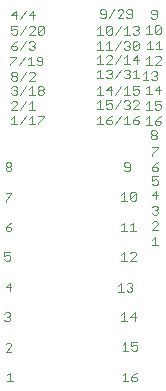
<source format=gto>
G75*
%MOIN*%
%OFA0B0*%
%FSLAX25Y25*%
%IPPOS*%
%LPD*%
%AMOC8*
5,1,8,0,0,1.08239X$1,22.5*
%
%ADD10C,0.00300*%
D10*
X0010493Y0019155D02*
X0012428Y0021090D01*
X0012428Y0021573D01*
X0011945Y0022057D01*
X0010977Y0022057D01*
X0010493Y0021573D01*
X0010493Y0019155D02*
X0012428Y0019155D01*
X0011854Y0012215D02*
X0011854Y0009312D01*
X0010887Y0009312D02*
X0012822Y0009312D01*
X0010887Y0011247D02*
X0011854Y0012215D01*
X0011551Y0029391D02*
X0010583Y0029391D01*
X0010100Y0029875D01*
X0011067Y0030842D02*
X0011551Y0030842D01*
X0012035Y0030358D01*
X0012035Y0029875D01*
X0011551Y0029391D01*
X0011551Y0030842D02*
X0012035Y0031326D01*
X0012035Y0031810D01*
X0011551Y0032293D01*
X0010583Y0032293D01*
X0010100Y0031810D01*
X0011945Y0039233D02*
X0011945Y0042136D01*
X0010493Y0040685D01*
X0012428Y0040685D01*
X0011551Y0049470D02*
X0010583Y0049470D01*
X0010100Y0049953D01*
X0010100Y0050921D02*
X0011067Y0051405D01*
X0011551Y0051405D01*
X0012035Y0050921D01*
X0012035Y0049953D01*
X0011551Y0049470D01*
X0010100Y0050921D02*
X0010100Y0052372D01*
X0012035Y0052372D01*
X0011945Y0059312D02*
X0010977Y0059312D01*
X0010493Y0059796D01*
X0010493Y0060763D01*
X0011945Y0060763D01*
X0012428Y0060280D01*
X0012428Y0059796D01*
X0011945Y0059312D01*
X0010493Y0060763D02*
X0011461Y0061731D01*
X0012428Y0062215D01*
X0010493Y0069155D02*
X0010493Y0069638D01*
X0012428Y0071573D01*
X0012428Y0072057D01*
X0010493Y0072057D01*
X0010977Y0079391D02*
X0010493Y0079875D01*
X0010493Y0080358D01*
X0010977Y0080842D01*
X0011945Y0080842D01*
X0012428Y0080358D01*
X0012428Y0079875D01*
X0011945Y0079391D01*
X0010977Y0079391D01*
X0010977Y0080842D02*
X0010493Y0081326D01*
X0010493Y0081810D01*
X0010977Y0082293D01*
X0011945Y0082293D01*
X0012428Y0081810D01*
X0012428Y0081326D01*
X0011945Y0080842D01*
X0012383Y0094942D02*
X0014318Y0094942D01*
X0013351Y0094942D02*
X0013351Y0097845D01*
X0012383Y0096877D01*
X0012383Y0099667D02*
X0014318Y0101602D01*
X0014318Y0102085D01*
X0013834Y0102569D01*
X0012867Y0102569D01*
X0012383Y0102085D01*
X0012383Y0099667D02*
X0014318Y0099667D01*
X0015330Y0099667D02*
X0017265Y0102569D01*
X0018276Y0101602D02*
X0019244Y0102569D01*
X0019244Y0099667D01*
X0020211Y0099667D02*
X0018276Y0099667D01*
X0019244Y0097845D02*
X0018276Y0096877D01*
X0019244Y0097845D02*
X0019244Y0094942D01*
X0020211Y0094942D02*
X0018276Y0094942D01*
X0015330Y0094942D02*
X0017265Y0097845D01*
X0021223Y0097845D02*
X0023158Y0097845D01*
X0023158Y0097361D01*
X0021223Y0095426D01*
X0021223Y0094942D01*
X0021706Y0104785D02*
X0021223Y0105268D01*
X0021223Y0105752D01*
X0021706Y0106236D01*
X0022674Y0106236D01*
X0023158Y0105752D01*
X0023158Y0105268D01*
X0022674Y0104785D01*
X0021706Y0104785D01*
X0021706Y0106236D02*
X0021223Y0106720D01*
X0021223Y0107203D01*
X0021706Y0107687D01*
X0022674Y0107687D01*
X0023158Y0107203D01*
X0023158Y0106720D01*
X0022674Y0106236D01*
X0020211Y0104785D02*
X0018276Y0104785D01*
X0019244Y0104785D02*
X0019244Y0107687D01*
X0018276Y0106720D01*
X0017265Y0107687D02*
X0015330Y0104785D01*
X0014318Y0105268D02*
X0014318Y0105752D01*
X0013834Y0106236D01*
X0013351Y0106236D01*
X0013834Y0106236D02*
X0014318Y0106720D01*
X0014318Y0107203D01*
X0013834Y0107687D01*
X0012867Y0107687D01*
X0012383Y0107203D01*
X0012867Y0109509D02*
X0012383Y0109993D01*
X0012383Y0110477D01*
X0012867Y0110960D01*
X0013834Y0110960D01*
X0014318Y0110477D01*
X0014318Y0109993D01*
X0013834Y0109509D01*
X0012867Y0109509D01*
X0012867Y0110960D02*
X0012383Y0111444D01*
X0012383Y0111928D01*
X0012867Y0112412D01*
X0013834Y0112412D01*
X0014318Y0111928D01*
X0014318Y0111444D01*
X0013834Y0110960D01*
X0015330Y0109509D02*
X0017265Y0112412D01*
X0018276Y0111928D02*
X0018760Y0112412D01*
X0019727Y0112412D01*
X0020211Y0111928D01*
X0020211Y0111444D01*
X0018276Y0109509D01*
X0020211Y0109509D01*
X0019817Y0114627D02*
X0017882Y0114627D01*
X0018850Y0114627D02*
X0018850Y0117530D01*
X0017882Y0116562D01*
X0016871Y0117530D02*
X0014936Y0114627D01*
X0013924Y0117046D02*
X0011989Y0115111D01*
X0011989Y0114627D01*
X0011989Y0117530D02*
X0013924Y0117530D01*
X0013924Y0117046D01*
X0013834Y0119745D02*
X0012867Y0119745D01*
X0012383Y0120229D01*
X0012383Y0121197D01*
X0013834Y0121197D01*
X0014318Y0120713D01*
X0014318Y0120229D01*
X0013834Y0119745D01*
X0012383Y0121197D02*
X0013351Y0122164D01*
X0014318Y0122648D01*
X0013834Y0124863D02*
X0012867Y0124863D01*
X0012383Y0125347D01*
X0012383Y0126315D02*
X0013351Y0126798D01*
X0013834Y0126798D01*
X0014318Y0126315D01*
X0014318Y0125347D01*
X0013834Y0124863D01*
X0015330Y0124863D02*
X0017265Y0127766D01*
X0018276Y0127282D02*
X0018760Y0127766D01*
X0019727Y0127766D01*
X0020211Y0127282D01*
X0020211Y0126798D01*
X0018276Y0124863D01*
X0020211Y0124863D01*
X0021223Y0125347D02*
X0023158Y0127282D01*
X0023158Y0125347D01*
X0022674Y0124863D01*
X0021706Y0124863D01*
X0021223Y0125347D01*
X0021223Y0127282D01*
X0021706Y0127766D01*
X0022674Y0127766D01*
X0023158Y0127282D01*
X0020211Y0131433D02*
X0018276Y0131433D01*
X0019727Y0132884D01*
X0019727Y0129981D01*
X0017265Y0132884D02*
X0015330Y0129981D01*
X0014318Y0131433D02*
X0012383Y0131433D01*
X0013834Y0132884D01*
X0013834Y0129981D01*
X0014318Y0127766D02*
X0012383Y0127766D01*
X0012383Y0126315D01*
X0017265Y0122648D02*
X0015330Y0119745D01*
X0018276Y0120229D02*
X0018760Y0119745D01*
X0019727Y0119745D01*
X0020211Y0120229D01*
X0020211Y0120713D01*
X0019727Y0121197D01*
X0019244Y0121197D01*
X0019727Y0121197D02*
X0020211Y0121680D01*
X0020211Y0122164D01*
X0019727Y0122648D01*
X0018760Y0122648D01*
X0018276Y0122164D01*
X0021313Y0117530D02*
X0020829Y0117046D01*
X0020829Y0116562D01*
X0021313Y0116078D01*
X0022764Y0116078D01*
X0022764Y0115111D02*
X0022764Y0117046D01*
X0022280Y0117530D01*
X0021313Y0117530D01*
X0020829Y0115111D02*
X0021313Y0114627D01*
X0022280Y0114627D01*
X0022764Y0115111D01*
X0014318Y0105268D02*
X0013834Y0104785D01*
X0012867Y0104785D01*
X0012383Y0105268D01*
X0041123Y0104785D02*
X0043058Y0104785D01*
X0042091Y0104785D02*
X0042091Y0107687D01*
X0041123Y0106720D01*
X0042091Y0102963D02*
X0042091Y0100060D01*
X0043058Y0100060D02*
X0041123Y0100060D01*
X0041123Y0101995D02*
X0042091Y0102963D01*
X0044070Y0102963D02*
X0044070Y0101511D01*
X0045037Y0101995D01*
X0045521Y0101995D01*
X0046005Y0101511D01*
X0046005Y0100544D01*
X0045521Y0100060D01*
X0044553Y0100060D01*
X0044070Y0100544D01*
X0044070Y0102963D02*
X0046005Y0102963D01*
X0045521Y0104785D02*
X0045521Y0107687D01*
X0044070Y0106236D01*
X0046005Y0106236D01*
X0047016Y0104785D02*
X0048951Y0107687D01*
X0049963Y0106720D02*
X0050930Y0107687D01*
X0050930Y0104785D01*
X0049963Y0104785D02*
X0051898Y0104785D01*
X0051414Y0102963D02*
X0051898Y0102479D01*
X0051898Y0101995D01*
X0051414Y0101511D01*
X0051898Y0101028D01*
X0051898Y0100544D01*
X0051414Y0100060D01*
X0050447Y0100060D01*
X0049963Y0100544D01*
X0050930Y0101511D02*
X0051414Y0101511D01*
X0051414Y0102963D02*
X0050447Y0102963D01*
X0049963Y0102479D01*
X0048951Y0102963D02*
X0047016Y0100060D01*
X0046005Y0097845D02*
X0045037Y0097361D01*
X0044070Y0096393D01*
X0045521Y0096393D01*
X0046005Y0095910D01*
X0046005Y0095426D01*
X0045521Y0094942D01*
X0044553Y0094942D01*
X0044070Y0095426D01*
X0044070Y0096393D01*
X0043058Y0094942D02*
X0041123Y0094942D01*
X0042091Y0094942D02*
X0042091Y0097845D01*
X0041123Y0096877D01*
X0047016Y0094942D02*
X0048951Y0097845D01*
X0049963Y0096877D02*
X0050930Y0097845D01*
X0050930Y0094942D01*
X0049963Y0094942D02*
X0051898Y0094942D01*
X0052909Y0095426D02*
X0053393Y0094942D01*
X0054361Y0094942D01*
X0054844Y0095426D01*
X0054844Y0095910D01*
X0054361Y0096393D01*
X0052909Y0096393D01*
X0052909Y0095426D01*
X0052909Y0096393D02*
X0053877Y0097361D01*
X0054844Y0097845D01*
X0054844Y0100060D02*
X0052909Y0100060D01*
X0054844Y0101995D01*
X0054844Y0102479D01*
X0054361Y0102963D01*
X0053393Y0102963D01*
X0052909Y0102479D01*
X0053393Y0104785D02*
X0052909Y0105268D01*
X0053393Y0104785D02*
X0054361Y0104785D01*
X0054844Y0105268D01*
X0054844Y0106236D01*
X0054361Y0106720D01*
X0053877Y0106720D01*
X0052909Y0106236D01*
X0052909Y0107687D01*
X0054844Y0107687D01*
X0056175Y0109656D02*
X0058110Y0109656D01*
X0057143Y0109656D02*
X0057143Y0112558D01*
X0056175Y0111590D01*
X0054844Y0110296D02*
X0052909Y0110296D01*
X0053877Y0110296D02*
X0053877Y0113199D01*
X0052909Y0112231D01*
X0051898Y0112231D02*
X0051414Y0111748D01*
X0051898Y0111264D01*
X0051898Y0110780D01*
X0051414Y0110296D01*
X0050447Y0110296D01*
X0049963Y0110780D01*
X0050930Y0111748D02*
X0051414Y0111748D01*
X0051898Y0112231D02*
X0051898Y0112715D01*
X0051414Y0113199D01*
X0050447Y0113199D01*
X0049963Y0112715D01*
X0048951Y0113199D02*
X0047016Y0110296D01*
X0046005Y0110780D02*
X0045521Y0110296D01*
X0044553Y0110296D01*
X0044070Y0110780D01*
X0043058Y0110296D02*
X0041123Y0110296D01*
X0041123Y0112231D02*
X0042091Y0113199D01*
X0042091Y0110296D01*
X0044070Y0112715D02*
X0044553Y0113199D01*
X0045521Y0113199D01*
X0046005Y0112715D01*
X0046005Y0112231D01*
X0045521Y0111748D01*
X0046005Y0111264D01*
X0046005Y0110780D01*
X0045521Y0111748D02*
X0045037Y0111748D01*
X0044070Y0115021D02*
X0046005Y0116956D01*
X0046005Y0117440D01*
X0045521Y0117923D01*
X0044553Y0117923D01*
X0044070Y0117440D01*
X0044070Y0115021D02*
X0046005Y0115021D01*
X0047016Y0115021D02*
X0048951Y0117923D01*
X0049963Y0116956D02*
X0050930Y0117923D01*
X0050930Y0115021D01*
X0049963Y0115021D02*
X0051898Y0115021D01*
X0052909Y0116472D02*
X0054844Y0116472D01*
X0054361Y0115021D02*
X0054361Y0117923D01*
X0052909Y0116472D01*
X0053393Y0119745D02*
X0052909Y0120229D01*
X0054844Y0122164D01*
X0054844Y0120229D01*
X0054361Y0119745D01*
X0053393Y0119745D01*
X0052909Y0120229D02*
X0052909Y0122164D01*
X0053393Y0122648D01*
X0054361Y0122648D01*
X0054844Y0122164D01*
X0054361Y0124863D02*
X0053393Y0124863D01*
X0052909Y0125347D01*
X0053877Y0126315D02*
X0054361Y0126315D01*
X0054844Y0125831D01*
X0054844Y0125347D01*
X0054361Y0124863D01*
X0054361Y0126315D02*
X0054844Y0126798D01*
X0054844Y0127282D01*
X0054361Y0127766D01*
X0053393Y0127766D01*
X0052909Y0127282D01*
X0051898Y0124863D02*
X0049963Y0124863D01*
X0050930Y0124863D02*
X0050930Y0127766D01*
X0049963Y0126798D01*
X0048951Y0127766D02*
X0047016Y0124863D01*
X0046005Y0125347D02*
X0045521Y0124863D01*
X0044553Y0124863D01*
X0044070Y0125347D01*
X0046005Y0127282D01*
X0046005Y0125347D01*
X0046005Y0127282D02*
X0045521Y0127766D01*
X0044553Y0127766D01*
X0044070Y0127282D01*
X0044070Y0125347D01*
X0043058Y0124863D02*
X0041123Y0124863D01*
X0042091Y0124863D02*
X0042091Y0127766D01*
X0041123Y0126798D01*
X0042394Y0130375D02*
X0041911Y0130859D01*
X0042394Y0130375D02*
X0043362Y0130375D01*
X0043846Y0130859D01*
X0043846Y0132794D01*
X0043362Y0133278D01*
X0042394Y0133278D01*
X0041911Y0132794D01*
X0041911Y0132310D01*
X0042394Y0131826D01*
X0043846Y0131826D01*
X0044857Y0130375D02*
X0046792Y0133278D01*
X0047804Y0132794D02*
X0048287Y0133278D01*
X0049255Y0133278D01*
X0049739Y0132794D01*
X0049739Y0132310D01*
X0047804Y0130375D01*
X0049739Y0130375D01*
X0050750Y0130859D02*
X0051234Y0130375D01*
X0052201Y0130375D01*
X0052685Y0130859D01*
X0052685Y0132794D01*
X0052201Y0133278D01*
X0051234Y0133278D01*
X0050750Y0132794D01*
X0050750Y0132310D01*
X0051234Y0131826D01*
X0052685Y0131826D01*
X0057344Y0126995D02*
X0058311Y0127963D01*
X0058311Y0125060D01*
X0058311Y0127963D01*
X0057344Y0126995D01*
X0057344Y0125060D02*
X0059279Y0125060D01*
X0057344Y0125060D01*
X0058705Y0122845D02*
X0057737Y0121877D01*
X0058705Y0122845D02*
X0058705Y0119942D01*
X0059672Y0119942D02*
X0057737Y0119942D01*
X0058311Y0117726D02*
X0058311Y0114824D01*
X0057344Y0114824D02*
X0059279Y0114824D01*
X0060290Y0114824D02*
X0062225Y0116759D01*
X0062225Y0117243D01*
X0061741Y0117726D01*
X0060774Y0117726D01*
X0060290Y0117243D01*
X0060290Y0114824D02*
X0062225Y0114824D01*
X0060573Y0112558D02*
X0061057Y0112074D01*
X0061057Y0111590D01*
X0060573Y0111107D01*
X0061057Y0110623D01*
X0061057Y0110139D01*
X0060573Y0109656D01*
X0059605Y0109656D01*
X0059122Y0110139D01*
X0060089Y0111107D02*
X0060573Y0111107D01*
X0060573Y0112558D02*
X0059605Y0112558D01*
X0059122Y0112074D01*
X0058311Y0107884D02*
X0058311Y0104981D01*
X0057344Y0104981D02*
X0059279Y0104981D01*
X0060290Y0106433D02*
X0062225Y0106433D01*
X0061741Y0107884D02*
X0061741Y0104981D01*
X0062225Y0102766D02*
X0060290Y0102766D01*
X0060290Y0101315D01*
X0061258Y0101798D01*
X0061741Y0101798D01*
X0062225Y0101315D01*
X0062225Y0100347D01*
X0061741Y0099863D01*
X0060774Y0099863D01*
X0060290Y0100347D01*
X0059279Y0099863D02*
X0057344Y0099863D01*
X0057344Y0101798D02*
X0058311Y0102766D01*
X0058311Y0099863D01*
X0058311Y0097648D02*
X0057344Y0096680D01*
X0058311Y0097648D02*
X0058311Y0094745D01*
X0057344Y0094745D02*
X0059279Y0094745D01*
X0060290Y0095229D02*
X0060774Y0094745D01*
X0061741Y0094745D01*
X0062225Y0095229D01*
X0062225Y0095713D01*
X0061741Y0096197D01*
X0060290Y0096197D01*
X0060290Y0095229D01*
X0060290Y0096197D02*
X0061258Y0097164D01*
X0062225Y0097648D01*
X0060370Y0092923D02*
X0060853Y0092440D01*
X0060853Y0091956D01*
X0060370Y0091472D01*
X0059402Y0091472D01*
X0058919Y0091956D01*
X0058919Y0092440D01*
X0059402Y0092923D01*
X0060370Y0092923D01*
X0060370Y0091472D02*
X0060853Y0090988D01*
X0060853Y0090505D01*
X0060370Y0090021D01*
X0059402Y0090021D01*
X0058919Y0090505D01*
X0058919Y0090988D01*
X0059402Y0091472D01*
X0059312Y0087412D02*
X0061247Y0087412D01*
X0061247Y0086928D01*
X0059312Y0084993D01*
X0059312Y0084509D01*
X0060280Y0081810D02*
X0059312Y0080842D01*
X0060763Y0080842D01*
X0061247Y0080358D01*
X0061247Y0079875D01*
X0060763Y0079391D01*
X0059796Y0079391D01*
X0059312Y0079875D01*
X0059312Y0080842D01*
X0060280Y0081810D02*
X0061247Y0082293D01*
X0061247Y0077569D02*
X0059312Y0077569D01*
X0059312Y0076118D01*
X0060280Y0076602D01*
X0060763Y0076602D01*
X0061247Y0076118D01*
X0061247Y0075150D01*
X0060763Y0074667D01*
X0059796Y0074667D01*
X0059312Y0075150D01*
X0060763Y0072845D02*
X0059312Y0071393D01*
X0061247Y0071393D01*
X0060763Y0069942D02*
X0060763Y0072845D01*
X0060763Y0067726D02*
X0059796Y0067726D01*
X0059312Y0067243D01*
X0060280Y0066275D02*
X0060763Y0066275D01*
X0061247Y0065791D01*
X0061247Y0065308D01*
X0060763Y0064824D01*
X0059796Y0064824D01*
X0059312Y0065308D01*
X0060763Y0066275D02*
X0061247Y0066759D01*
X0061247Y0067243D01*
X0060763Y0067726D01*
X0060763Y0062608D02*
X0059796Y0062608D01*
X0059312Y0062125D01*
X0060763Y0062608D02*
X0061247Y0062125D01*
X0061247Y0061641D01*
X0059312Y0059706D01*
X0061247Y0059706D01*
X0060280Y0057490D02*
X0060280Y0054588D01*
X0061247Y0054588D02*
X0059312Y0054588D01*
X0059312Y0056523D02*
X0060280Y0057490D01*
X0053957Y0059312D02*
X0052023Y0059312D01*
X0052990Y0059312D02*
X0052990Y0062215D01*
X0052023Y0061247D01*
X0051011Y0059312D02*
X0049076Y0059312D01*
X0050043Y0059312D02*
X0050043Y0062215D01*
X0049076Y0061247D01*
X0049076Y0069548D02*
X0051011Y0069548D01*
X0050043Y0069548D02*
X0050043Y0072451D01*
X0049076Y0071483D01*
X0052023Y0071967D02*
X0052023Y0070032D01*
X0053957Y0071967D01*
X0053957Y0070032D01*
X0053474Y0069548D01*
X0052506Y0069548D01*
X0052023Y0070032D01*
X0052023Y0071967D02*
X0052506Y0072451D01*
X0053474Y0072451D01*
X0053957Y0071967D01*
X0051315Y0079391D02*
X0050347Y0079391D01*
X0049863Y0079875D01*
X0050347Y0080842D02*
X0051798Y0080842D01*
X0051798Y0079875D02*
X0051798Y0081810D01*
X0051315Y0082293D01*
X0050347Y0082293D01*
X0049863Y0081810D01*
X0049863Y0081326D01*
X0050347Y0080842D01*
X0051798Y0079875D02*
X0051315Y0079391D01*
X0052506Y0052372D02*
X0052023Y0051888D01*
X0052506Y0052372D02*
X0053474Y0052372D01*
X0053957Y0051888D01*
X0053957Y0051405D01*
X0052023Y0049470D01*
X0053957Y0049470D01*
X0051011Y0049470D02*
X0049076Y0049470D01*
X0050043Y0049470D02*
X0050043Y0052372D01*
X0049076Y0051405D01*
X0048875Y0042086D02*
X0047907Y0041118D01*
X0048875Y0042086D02*
X0048875Y0039183D01*
X0049842Y0039183D02*
X0047907Y0039183D01*
X0050854Y0039667D02*
X0051338Y0039183D01*
X0052305Y0039183D01*
X0052789Y0039667D01*
X0052789Y0040151D01*
X0052305Y0040634D01*
X0051821Y0040634D01*
X0052305Y0040634D02*
X0052789Y0041118D01*
X0052789Y0041602D01*
X0052305Y0042086D01*
X0051338Y0042086D01*
X0050854Y0041602D01*
X0050043Y0032293D02*
X0050043Y0029391D01*
X0049076Y0029391D02*
X0051011Y0029391D01*
X0052023Y0030842D02*
X0053957Y0030842D01*
X0053474Y0029391D02*
X0053474Y0032293D01*
X0052023Y0030842D01*
X0050043Y0032293D02*
X0049076Y0031326D01*
X0050437Y0022451D02*
X0049470Y0021483D01*
X0050437Y0022451D02*
X0050437Y0019548D01*
X0049470Y0019548D02*
X0051405Y0019548D01*
X0052416Y0020032D02*
X0052900Y0019548D01*
X0053867Y0019548D01*
X0054351Y0020032D01*
X0054351Y0021000D01*
X0053867Y0021483D01*
X0053384Y0021483D01*
X0052416Y0021000D01*
X0052416Y0022451D01*
X0054351Y0022451D01*
X0054351Y0012215D02*
X0053384Y0011731D01*
X0052416Y0010763D01*
X0053867Y0010763D01*
X0054351Y0010280D01*
X0054351Y0009796D01*
X0053867Y0009312D01*
X0052900Y0009312D01*
X0052416Y0009796D01*
X0052416Y0010763D01*
X0051405Y0009312D02*
X0049470Y0009312D01*
X0050437Y0009312D02*
X0050437Y0012215D01*
X0049470Y0011247D01*
X0060290Y0106433D02*
X0061741Y0107884D01*
X0058311Y0107884D02*
X0057344Y0106916D01*
X0057344Y0116759D02*
X0058311Y0117726D01*
X0060684Y0119942D02*
X0062619Y0119942D01*
X0061651Y0119942D02*
X0061651Y0122845D01*
X0060684Y0121877D01*
X0060774Y0125060D02*
X0060290Y0125544D01*
X0062225Y0127479D01*
X0062225Y0125544D01*
X0061741Y0125060D01*
X0060774Y0125060D01*
X0060290Y0125544D01*
X0060290Y0127479D01*
X0060774Y0127963D01*
X0061741Y0127963D01*
X0062225Y0127479D01*
X0060290Y0125544D01*
X0060290Y0127479D01*
X0060774Y0127963D01*
X0061741Y0127963D01*
X0062225Y0127479D01*
X0062225Y0125544D01*
X0061741Y0125060D01*
X0060774Y0125060D01*
X0060370Y0130178D02*
X0059402Y0130178D01*
X0058919Y0130662D01*
X0059402Y0130178D01*
X0060370Y0130178D01*
X0060853Y0130662D01*
X0060853Y0132597D01*
X0060370Y0133081D01*
X0059402Y0133081D01*
X0058919Y0132597D01*
X0058919Y0132113D01*
X0059402Y0131630D01*
X0060853Y0131630D01*
X0059402Y0131630D01*
X0058919Y0132113D01*
X0058919Y0132597D01*
X0059402Y0133081D01*
X0060370Y0133081D01*
X0060853Y0132597D01*
X0060853Y0130662D01*
X0060370Y0130178D01*
X0051898Y0122164D02*
X0051898Y0121680D01*
X0051414Y0121197D01*
X0051898Y0120713D01*
X0051898Y0120229D01*
X0051414Y0119745D01*
X0050447Y0119745D01*
X0049963Y0120229D01*
X0050930Y0121197D02*
X0051414Y0121197D01*
X0051898Y0122164D02*
X0051414Y0122648D01*
X0050447Y0122648D01*
X0049963Y0122164D01*
X0048951Y0122648D02*
X0047016Y0119745D01*
X0046005Y0119745D02*
X0044070Y0119745D01*
X0043058Y0119745D02*
X0041123Y0119745D01*
X0041123Y0121680D02*
X0042091Y0122648D01*
X0042091Y0119745D01*
X0042091Y0117923D02*
X0042091Y0115021D01*
X0043058Y0115021D02*
X0041123Y0115021D01*
X0041123Y0116956D02*
X0042091Y0117923D01*
X0044070Y0121680D02*
X0045037Y0122648D01*
X0045037Y0119745D01*
M02*

</source>
